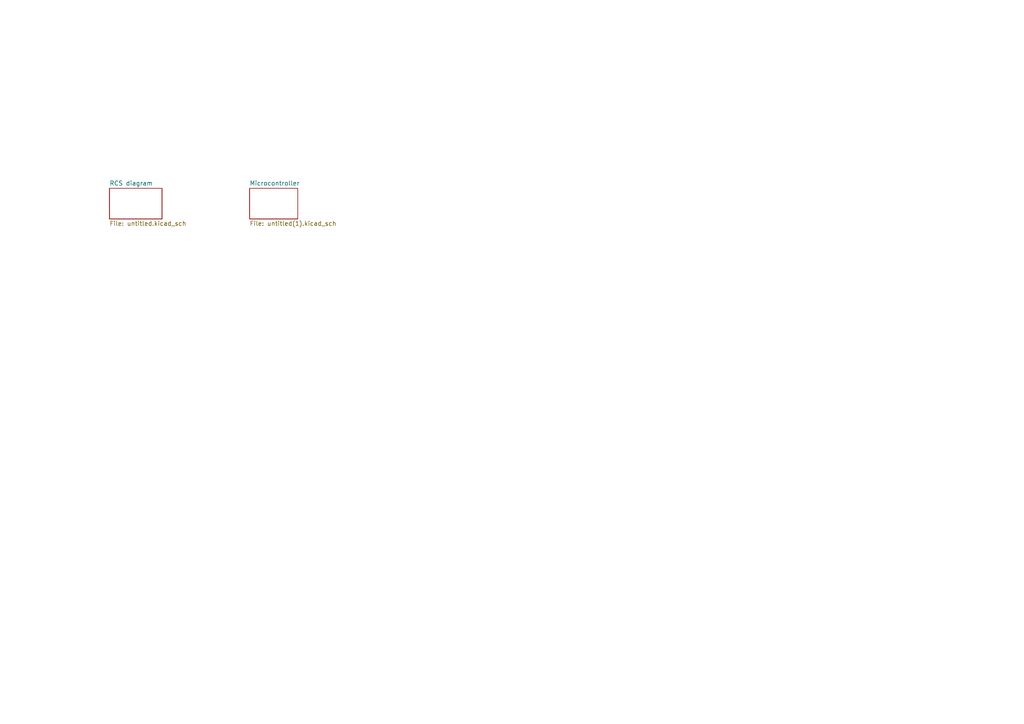
<source format=kicad_sch>
(kicad_sch
	(version 20250114)
	(generator "eeschema")
	(generator_version "9.0")
	(uuid "e4913927-a78d-4b03-b6f9-d80e0534b5c4")
	(paper "A4")
	(lib_symbols)
	(sheet
		(at 31.75 54.61)
		(size 15.24 8.89)
		(exclude_from_sim no)
		(in_bom yes)
		(on_board yes)
		(dnp no)
		(fields_autoplaced yes)
		(stroke
			(width 0.1524)
			(type solid)
		)
		(fill
			(color 0 0 0 0.0000)
		)
		(uuid "6cef9d77-2691-49ce-bc97-b221873d37f8")
		(property "Sheetname" "RCS diagram"
			(at 31.75 53.8984 0)
			(effects
				(font
					(size 1.27 1.27)
				)
				(justify left bottom)
			)
		)
		(property "Sheetfile" "untitled.kicad_sch"
			(at 31.75 64.0846 0)
			(effects
				(font
					(size 1.27 1.27)
				)
				(justify left top)
			)
		)
		(instances
			(project "rcs-controller"
				(path "/e4913927-a78d-4b03-b6f9-d80e0534b5c4"
					(page "2")
				)
			)
		)
	)
	(sheet
		(at 72.39 54.61)
		(size 13.97 8.89)
		(exclude_from_sim no)
		(in_bom yes)
		(on_board yes)
		(dnp no)
		(fields_autoplaced yes)
		(stroke
			(width 0.1524)
			(type solid)
		)
		(fill
			(color 0 0 0 0.0000)
		)
		(uuid "b4a0c417-3b67-4300-bf70-1e43e04bd22a")
		(property "Sheetname" "Microcontroller"
			(at 72.39 53.8984 0)
			(effects
				(font
					(size 1.27 1.27)
				)
				(justify left bottom)
			)
		)
		(property "Sheetfile" "untitled(1).kicad_sch"
			(at 72.39 64.0846 0)
			(effects
				(font
					(size 1.27 1.27)
				)
				(justify left top)
			)
		)
		(property "Field2" ""
			(at 72.39 54.61 0)
			(effects
				(font
					(size 1.27 1.27)
				)
			)
		)
		(instances
			(project "rcs-controller"
				(path "/e4913927-a78d-4b03-b6f9-d80e0534b5c4"
					(page "3")
				)
			)
		)
	)
	(sheet_instances
		(path "/"
			(page "1")
		)
	)
	(embedded_fonts no)
)

</source>
